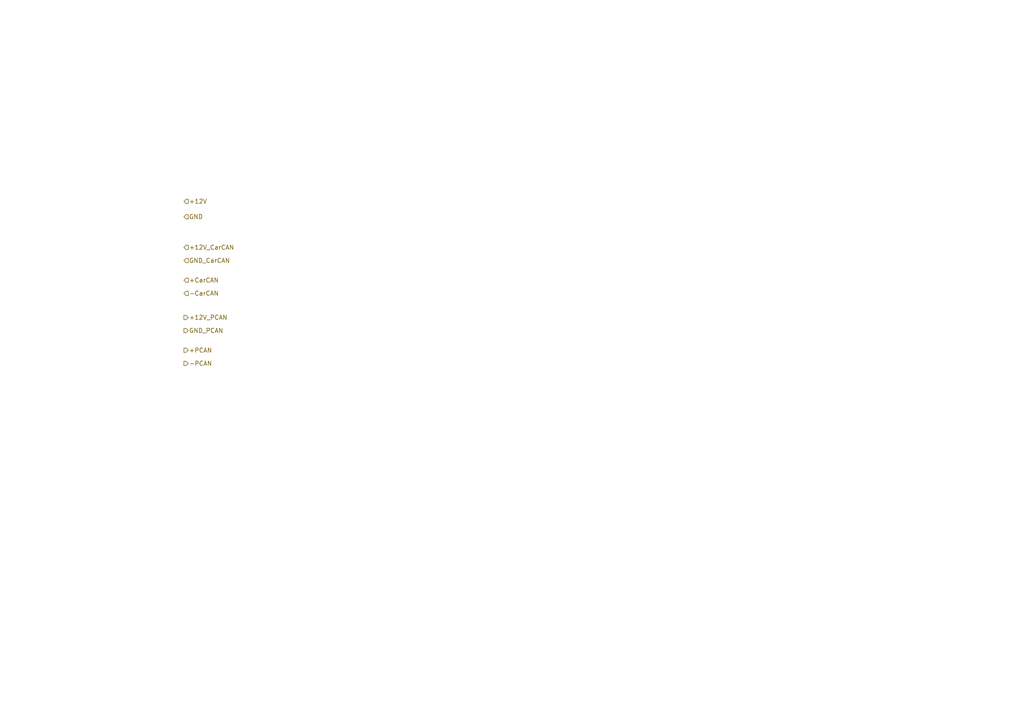
<source format=kicad_sch>
(kicad_sch
	(version 20250114)
	(generator "eeschema")
	(generator_version "9.0")
	(uuid "1b60900b-c94a-492b-beec-dc25c63497c7")
	(paper "A4")
	(lib_symbols)
	(hierarchical_label "+12V_CarCAN"
		(shape input)
		(at 53.34 71.755 0)
		(effects
			(font
				(size 1.27 1.27)
			)
			(justify left)
		)
		(uuid "22c721b5-04ba-4ec2-8c2b-3371a4f0d97f")
	)
	(hierarchical_label "GND"
		(shape input)
		(at 53.34 62.865 0)
		(effects
			(font
				(size 1.27 1.27)
			)
			(justify left)
		)
		(uuid "33070d12-d6f6-4208-abef-cf7559f92b6c")
	)
	(hierarchical_label "GND_PCAN"
		(shape output)
		(at 53.34 95.885 0)
		(effects
			(font
				(size 1.27 1.27)
			)
			(justify left)
		)
		(uuid "441325d0-e1b2-4ecd-b70a-069cd8ca34cb")
	)
	(hierarchical_label "+CarCAN"
		(shape input)
		(at 53.34 81.28 0)
		(effects
			(font
				(size 1.27 1.27)
			)
			(justify left)
		)
		(uuid "7bdead4e-8647-4d93-b4ed-0a1e36038619")
	)
	(hierarchical_label "-PCAN"
		(shape output)
		(at 53.34 105.41 0)
		(effects
			(font
				(size 1.27 1.27)
			)
			(justify left)
		)
		(uuid "88b5e9b1-4e9e-42f3-8482-112c4b0c7ee8")
	)
	(hierarchical_label "GND_CarCAN"
		(shape input)
		(at 53.34 75.565 0)
		(effects
			(font
				(size 1.27 1.27)
			)
			(justify left)
		)
		(uuid "9b37f672-78e0-4818-833d-271b2c46b6ed")
	)
	(hierarchical_label "+12V"
		(shape input)
		(at 53.34 58.42 0)
		(effects
			(font
				(size 1.27 1.27)
			)
			(justify left)
		)
		(uuid "9eba99f4-4f14-4da4-a09b-8a51594c9e3e")
	)
	(hierarchical_label "-CarCAN"
		(shape input)
		(at 53.34 85.09 0)
		(effects
			(font
				(size 1.27 1.27)
			)
			(justify left)
		)
		(uuid "c1425338-0cc9-40db-9230-adf3d73256e2")
	)
	(hierarchical_label "+PCAN"
		(shape output)
		(at 53.34 101.6 0)
		(effects
			(font
				(size 1.27 1.27)
			)
			(justify left)
		)
		(uuid "c5ee5451-fbea-406f-9e6b-a99b4f27074c")
	)
	(hierarchical_label "+12V_PCAN"
		(shape output)
		(at 53.34 92.075 0)
		(effects
			(font
				(size 1.27 1.27)
			)
			(justify left)
		)
		(uuid "f039e502-de64-433c-9d2e-1937be837d8c")
	)
)

</source>
